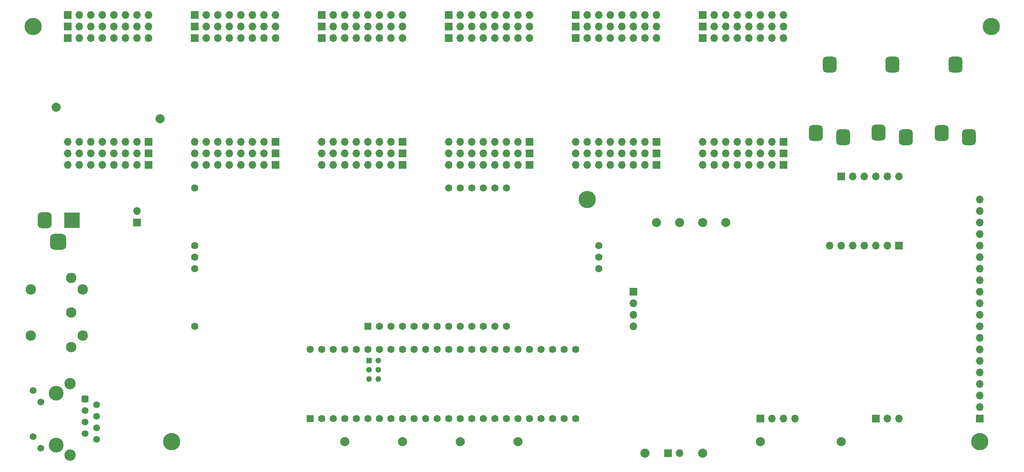
<source format=gbr>
%TF.SameCoordinates,Original*%
%TF.FileFunction,Soldermask,Bot*%
%TF.FilePolarity,Negative*%
%FSLAX46Y46*%
G04 Gerber Fmt 4.6, Leading zero omitted, Abs format (unit mm)*
G04 Created by KiCad (PCBNEW (7.0.0)) date 2023-11-17 04:08:32*
%MOMM*%
%LPD*%
G01*
G04 APERTURE LIST*
G04 Aperture macros list*
%AMRoundRect*
0 Rectangle with rounded corners*
0 $1 Rounding radius*
0 $2 $3 $4 $5 $6 $7 $8 $9 X,Y pos of 4 corners*
0 Add a 4 corners polygon primitive as box body*
4,1,4,$2,$3,$4,$5,$6,$7,$8,$9,$2,$3,0*
0 Add four circle primitives for the rounded corners*
1,1,$1+$1,$2,$3*
1,1,$1+$1,$4,$5*
1,1,$1+$1,$6,$7*
1,1,$1+$1,$8,$9*
0 Add four rect primitives between the rounded corners*
20,1,$1+$1,$2,$3,$4,$5,0*
20,1,$1+$1,$4,$5,$6,$7,0*
20,1,$1+$1,$6,$7,$8,$9,0*
20,1,$1+$1,$8,$9,$2,$3,0*%
G04 Aperture macros list end*
%ADD10R,3.500000X3.500000*%
%ADD11RoundRect,0.750000X-0.750000X-1.000000X0.750000X-1.000000X0.750000X1.000000X-0.750000X1.000000X0*%
%ADD12RoundRect,0.875000X-0.875000X-0.875000X0.875000X-0.875000X0.875000X0.875000X-0.875000X0.875000X0*%
%ADD13R,1.700000X1.700000*%
%ADD14O,1.700000X1.700000*%
%ADD15C,2.000000*%
%ADD16R,1.600000X1.600000*%
%ADD17C,1.600000*%
%ADD18C,1.300000*%
%ADD19R,1.300000X1.300000*%
%ADD20C,2.600000*%
%ADD21C,3.800000*%
%ADD22C,2.300000*%
%ADD23C,3.250000*%
%ADD24RoundRect,0.250500X-0.499500X0.499500X-0.499500X-0.499500X0.499500X-0.499500X0.499500X0.499500X0*%
%ADD25C,1.500000*%
%ADD26C,2.500000*%
G04 APERTURE END LIST*
D10*
%TO.C,J1*%
X54257499Y-88391999D03*
D11*
X48257500Y-88392000D03*
D12*
X51257500Y-93092000D03*
%TD*%
D13*
%TO.C,J17*%
X81279999Y-45719999D03*
D14*
X83819999Y-45719999D03*
X86359999Y-45719999D03*
X88899999Y-45719999D03*
X91439999Y-45719999D03*
X93979999Y-45719999D03*
X96519999Y-45719999D03*
X99059999Y-45719999D03*
%TD*%
D13*
%TO.C,J38*%
X182879999Y-71119999D03*
D14*
X180339999Y-71119999D03*
X177799999Y-71119999D03*
X175259999Y-71119999D03*
X172719999Y-71119999D03*
X170179999Y-71119999D03*
X167639999Y-71119999D03*
X165099999Y-71119999D03*
%TD*%
D13*
%TO.C,J18*%
X99059999Y-76199999D03*
D14*
X96519999Y-76199999D03*
X93979999Y-76199999D03*
X91439999Y-76199999D03*
X88899999Y-76199999D03*
X86359999Y-76199999D03*
X83819999Y-76199999D03*
X81279999Y-76199999D03*
%TD*%
D13*
%TO.C,J29*%
X137159999Y-45719999D03*
D14*
X139699999Y-45719999D03*
X142239999Y-45719999D03*
X144779999Y-45719999D03*
X147319999Y-45719999D03*
X149859999Y-45719999D03*
X152399999Y-45719999D03*
X154939999Y-45719999D03*
%TD*%
D15*
%TO.C,TP14*%
X193040000Y-88900000D03*
%TD*%
D16*
%TO.C,U7*%
X106679999Y-132079999D03*
D17*
X109220000Y-132080000D03*
X111760000Y-132080000D03*
X114300000Y-132080000D03*
X116840000Y-132080000D03*
X119380000Y-132080000D03*
X121920000Y-132080000D03*
X124460000Y-132080000D03*
X127000000Y-132080000D03*
X129540000Y-132080000D03*
X132080000Y-132080000D03*
X134620000Y-132080000D03*
X137160000Y-132080000D03*
X139700000Y-132080000D03*
X142240000Y-132080000D03*
X144780000Y-132080000D03*
X147320000Y-132080000D03*
X149860000Y-132080000D03*
X152400000Y-132080000D03*
X154940000Y-132080000D03*
X157480000Y-132080000D03*
X160020000Y-132080000D03*
X162560000Y-132080000D03*
X165100000Y-132080000D03*
D18*
X121650000Y-119278400D03*
D19*
X119649999Y-119278399D03*
D18*
X119650000Y-121278400D03*
X121650000Y-121278400D03*
X119650000Y-123278400D03*
X121650000Y-123278400D03*
D17*
X165100000Y-116840000D03*
X162560000Y-116840000D03*
X160020000Y-116840000D03*
X157480000Y-116840000D03*
X154940000Y-116840000D03*
X152400000Y-116840000D03*
X149860000Y-116840000D03*
X147320000Y-116840000D03*
X144780000Y-116840000D03*
X142240000Y-116840000D03*
X139700000Y-116840000D03*
X137160000Y-116840000D03*
X134620000Y-116840000D03*
X132080000Y-116840000D03*
X129540000Y-116840000D03*
X127000000Y-116840000D03*
X124460000Y-116840000D03*
X121920000Y-116840000D03*
X119380000Y-116840000D03*
X116840000Y-116840000D03*
X114300000Y-116840000D03*
X111760000Y-116840000D03*
X109220000Y-116840000D03*
X106680000Y-116840000D03*
%TD*%
D15*
%TO.C,TP22*%
X223520000Y-137160000D03*
%TD*%
D20*
%TO.C,H1*%
X45720000Y-45720000D03*
D21*
X45720000Y-45720000D03*
%TD*%
D13*
%TO.C,J19*%
X81279999Y-43179999D03*
D14*
X83819999Y-43179999D03*
X86359999Y-43179999D03*
X88899999Y-43179999D03*
X91439999Y-43179999D03*
X93979999Y-43179999D03*
X96519999Y-43179999D03*
X99059999Y-43179999D03*
%TD*%
D13*
%TO.C,U12*%
X253999999Y-132079999D03*
D14*
X253999999Y-129539999D03*
X253999999Y-126999999D03*
X253999999Y-124459999D03*
X253999999Y-121919999D03*
X253999999Y-119379999D03*
X253999999Y-116839999D03*
X253999999Y-114299999D03*
X253999999Y-111759999D03*
X253999999Y-109219999D03*
X253999999Y-106679999D03*
X253999999Y-104139999D03*
X253999999Y-101599999D03*
X253999999Y-99059999D03*
X253999999Y-96519999D03*
X253999999Y-93979999D03*
X253999999Y-91439999D03*
X253999999Y-88899999D03*
X253999999Y-86359999D03*
X253999999Y-83819999D03*
%TD*%
D13*
%TO.C,J4*%
X71119999Y-76199999D03*
D14*
X68579999Y-76199999D03*
X66039999Y-76199999D03*
X63499999Y-76199999D03*
X60959999Y-76199999D03*
X58419999Y-76199999D03*
X55879999Y-76199999D03*
X53339999Y-76199999D03*
%TD*%
D15*
%TO.C,TP19*%
X73660000Y-66040000D03*
%TD*%
D13*
%TO.C,J32*%
X154939999Y-71119999D03*
D14*
X152399999Y-71119999D03*
X149859999Y-71119999D03*
X147319999Y-71119999D03*
X144779999Y-71119999D03*
X142239999Y-71119999D03*
X139699999Y-71119999D03*
X137159999Y-71119999D03*
%TD*%
D20*
%TO.C,H2*%
X76200000Y-137160000D03*
D21*
X76200000Y-137160000D03*
%TD*%
D15*
%TO.C,TP12*%
X182880000Y-88900000D03*
%TD*%
D13*
%TO.C,J31*%
X137159999Y-43179999D03*
D14*
X139699999Y-43179999D03*
X142239999Y-43179999D03*
X144779999Y-43179999D03*
X147319999Y-43179999D03*
X149859999Y-43179999D03*
X152399999Y-43179999D03*
X154939999Y-43179999D03*
%TD*%
D13*
%TO.C,J35*%
X165099999Y-45719999D03*
D14*
X167639999Y-45719999D03*
X170179999Y-45719999D03*
X172719999Y-45719999D03*
X175259999Y-45719999D03*
X177799999Y-45719999D03*
X180339999Y-45719999D03*
X182879999Y-45719999D03*
%TD*%
D13*
%TO.C,J41*%
X193039999Y-45719999D03*
D14*
X195579999Y-45719999D03*
X198119999Y-45719999D03*
X200659999Y-45719999D03*
X203199999Y-45719999D03*
X205739999Y-45719999D03*
X208279999Y-45719999D03*
X210819999Y-45719999D03*
%TD*%
D13*
%TO.C,J25*%
X109219999Y-43179999D03*
D14*
X111759999Y-43179999D03*
X114299999Y-43179999D03*
X116839999Y-43179999D03*
X119379999Y-43179999D03*
X121919999Y-43179999D03*
X124459999Y-43179999D03*
X126999999Y-43179999D03*
%TD*%
D20*
%TO.C,H3*%
X254000000Y-137160000D03*
D21*
X254000000Y-137160000D03*
%TD*%
D13*
%TO.C,J21*%
X81309999Y-48259999D03*
D14*
X83849999Y-48259999D03*
X86389999Y-48259999D03*
X88929999Y-48259999D03*
X91469999Y-48259999D03*
X94009999Y-48259999D03*
X96549999Y-48259999D03*
X99089999Y-48259999D03*
%TD*%
D13*
%TO.C,J42*%
X210819999Y-76199999D03*
D14*
X208279999Y-76199999D03*
X205739999Y-76199999D03*
X203199999Y-76199999D03*
X200659999Y-76199999D03*
X198119999Y-76199999D03*
X195579999Y-76199999D03*
X193039999Y-76199999D03*
%TD*%
D16*
%TO.C,U9*%
X119379999Y-111759999D03*
D17*
X121920000Y-111760000D03*
X124460000Y-111760000D03*
X127000000Y-111760000D03*
X129540000Y-111760000D03*
X132080000Y-111760000D03*
X134620000Y-111760000D03*
X137160000Y-111760000D03*
X139700000Y-111760000D03*
X142240000Y-111760000D03*
X144780000Y-111760000D03*
X147320000Y-111760000D03*
X149860000Y-111760000D03*
X170180000Y-99060000D03*
X170180000Y-96520000D03*
X170180000Y-93980000D03*
X149860000Y-81280000D03*
X147320000Y-81280000D03*
X144780000Y-81280000D03*
X142240000Y-81280000D03*
X139700000Y-81280000D03*
X137160000Y-81280000D03*
X81280000Y-81280000D03*
X81280000Y-93980000D03*
X81280000Y-96520000D03*
X81280000Y-99060000D03*
X81280000Y-111760000D03*
%TD*%
D13*
%TO.C,J30*%
X154939999Y-76199999D03*
D14*
X152399999Y-76199999D03*
X149859999Y-76199999D03*
X147319999Y-76199999D03*
X144779999Y-76199999D03*
X142239999Y-76199999D03*
X139699999Y-76199999D03*
X137159999Y-76199999D03*
%TD*%
D13*
%TO.C,J40*%
X210819999Y-73659999D03*
D14*
X208279999Y-73659999D03*
X205739999Y-73659999D03*
X203199999Y-73659999D03*
X200659999Y-73659999D03*
X198119999Y-73659999D03*
X195579999Y-73659999D03*
X193039999Y-73659999D03*
%TD*%
D20*
%TO.C,H5*%
X167640000Y-83820000D03*
D21*
X167640000Y-83820000D03*
%TD*%
D13*
%TO.C,J43*%
X193039999Y-43179999D03*
D14*
X195579999Y-43179999D03*
X198119999Y-43179999D03*
X200659999Y-43179999D03*
X203199999Y-43179999D03*
X205739999Y-43179999D03*
X208279999Y-43179999D03*
X210819999Y-43179999D03*
%TD*%
D13*
%TO.C,J46*%
X223519999Y-78739999D03*
D14*
X226059999Y-78739999D03*
X228599999Y-78739999D03*
X231139999Y-78739999D03*
X233679999Y-78739999D03*
X236219999Y-78739999D03*
%TD*%
D13*
%TO.C,J16*%
X99059999Y-73659999D03*
D14*
X96519999Y-73659999D03*
X93979999Y-73659999D03*
X91439999Y-73659999D03*
X88899999Y-73659999D03*
X86359999Y-73659999D03*
X83819999Y-73659999D03*
X81279999Y-73659999D03*
%TD*%
D13*
%TO.C,J26*%
X126999999Y-71119999D03*
D14*
X124459999Y-71119999D03*
X121919999Y-71119999D03*
X119379999Y-71119999D03*
X116839999Y-71119999D03*
X114299999Y-71119999D03*
X111759999Y-71119999D03*
X109219999Y-71119999D03*
%TD*%
D15*
%TO.C,TP5*%
X50800000Y-63500000D03*
%TD*%
D13*
%TO.C,J28*%
X154939999Y-73659999D03*
D14*
X152399999Y-73659999D03*
X149859999Y-73659999D03*
X147319999Y-73659999D03*
X144779999Y-73659999D03*
X142239999Y-73659999D03*
X139699999Y-73659999D03*
X137159999Y-73659999D03*
%TD*%
D15*
%TO.C,TP11*%
X152400000Y-137160000D03*
%TD*%
%TO.C,TP13*%
X187960000Y-88900000D03*
%TD*%
%TO.C,TP15*%
X198120000Y-88900000D03*
%TD*%
%TO.C,TP6*%
X193040000Y-139700000D03*
%TD*%
D11*
%TO.C,J14*%
X234775000Y-54088000D03*
X231775000Y-69088000D03*
X237775000Y-70088000D03*
%TD*%
D13*
%TO.C,J10*%
X185419999Y-139699999D03*
D14*
X187959999Y-139699999D03*
%TD*%
D13*
%TO.C,J34*%
X182879999Y-73659999D03*
D14*
X180339999Y-73659999D03*
X177799999Y-73659999D03*
X175259999Y-73659999D03*
X172719999Y-73659999D03*
X170179999Y-73659999D03*
X167639999Y-73659999D03*
X165099999Y-73659999D03*
%TD*%
D13*
%TO.C,J47*%
X236219999Y-93979999D03*
D14*
X233679999Y-93979999D03*
X231139999Y-93979999D03*
X228599999Y-93979999D03*
X226059999Y-93979999D03*
X223519999Y-93979999D03*
X220979999Y-93979999D03*
%TD*%
D15*
%TO.C,TP8*%
X114300000Y-137160000D03*
%TD*%
%TO.C,TP10*%
X139700000Y-137160000D03*
%TD*%
D13*
%TO.C,J27*%
X109219999Y-48259999D03*
D14*
X111759999Y-48259999D03*
X114299999Y-48259999D03*
X116839999Y-48259999D03*
X119379999Y-48259999D03*
X121919999Y-48259999D03*
X124459999Y-48259999D03*
X126999999Y-48259999D03*
%TD*%
D13*
%TO.C,J44*%
X210819999Y-71119999D03*
D14*
X208279999Y-71119999D03*
X205739999Y-71119999D03*
X203199999Y-71119999D03*
X200659999Y-71119999D03*
X198119999Y-71119999D03*
X195579999Y-71119999D03*
X193039999Y-71119999D03*
%TD*%
D13*
%TO.C,J37*%
X165099999Y-43179999D03*
D14*
X167639999Y-43179999D03*
X170179999Y-43179999D03*
X172719999Y-43179999D03*
X175259999Y-43179999D03*
X177799999Y-43179999D03*
X180339999Y-43179999D03*
X182879999Y-43179999D03*
%TD*%
D15*
%TO.C,TP7*%
X180340000Y-139700000D03*
%TD*%
D20*
%TO.C,H4*%
X256540000Y-45720000D03*
D21*
X256540000Y-45720000D03*
%TD*%
D13*
%TO.C,J3*%
X205739999Y-132079999D03*
D14*
X208279999Y-132079999D03*
X210819999Y-132079999D03*
X213359999Y-132079999D03*
%TD*%
D13*
%TO.C,J11*%
X177799999Y-104139999D03*
D14*
X177799999Y-106679999D03*
X177799999Y-109219999D03*
X177799999Y-111759999D03*
%TD*%
D13*
%TO.C,J33*%
X137159999Y-48259999D03*
D14*
X139699999Y-48259999D03*
X142239999Y-48259999D03*
X144779999Y-48259999D03*
X147319999Y-48259999D03*
X149859999Y-48259999D03*
X152399999Y-48259999D03*
X154939999Y-48259999D03*
%TD*%
D13*
%TO.C,J9*%
X53339999Y-48259999D03*
D14*
X55879999Y-48259999D03*
X58419999Y-48259999D03*
X60959999Y-48259999D03*
X63499999Y-48259999D03*
X66039999Y-48259999D03*
X68579999Y-48259999D03*
X71119999Y-48259999D03*
%TD*%
D13*
%TO.C,J23*%
X109219999Y-45719999D03*
D14*
X111759999Y-45719999D03*
X114299999Y-45719999D03*
X116839999Y-45719999D03*
X119379999Y-45719999D03*
X121919999Y-45719999D03*
X124459999Y-45719999D03*
X126999999Y-45719999D03*
%TD*%
D15*
%TO.C,TP9*%
X127000000Y-137160000D03*
%TD*%
D11*
%TO.C,J13*%
X220980000Y-54100000D03*
X217980000Y-69100000D03*
X223980000Y-70100000D03*
%TD*%
D13*
%TO.C,J22*%
X126999999Y-73659999D03*
D14*
X124459999Y-73659999D03*
X121919999Y-73659999D03*
X119379999Y-73659999D03*
X116839999Y-73659999D03*
X114299999Y-73659999D03*
X111759999Y-73659999D03*
X109219999Y-73659999D03*
%TD*%
D13*
%TO.C,J12*%
X68579999Y-88899999D03*
D14*
X68579999Y-86359999D03*
%TD*%
D22*
%TO.C,U13*%
X45232000Y-113792000D03*
X45232000Y-103632000D03*
X54102000Y-116332000D03*
X54102000Y-108712000D03*
X54102000Y-101092000D03*
X56642000Y-113792000D03*
X56642000Y-103632000D03*
%TD*%
D13*
%TO.C,J20*%
X99059999Y-71119999D03*
D14*
X96519999Y-71119999D03*
X93979999Y-71119999D03*
X91439999Y-71119999D03*
X88899999Y-71119999D03*
X86359999Y-71119999D03*
X83819999Y-71119999D03*
X81279999Y-71119999D03*
%TD*%
D13*
%TO.C,J24*%
X126999999Y-76199999D03*
D14*
X124459999Y-76199999D03*
X121919999Y-76199999D03*
X119379999Y-76199999D03*
X116839999Y-76199999D03*
X114299999Y-76199999D03*
X111759999Y-76199999D03*
X109219999Y-76199999D03*
%TD*%
D13*
%TO.C,J48*%
X231139999Y-132079999D03*
D14*
X233679999Y-132079999D03*
X236219999Y-132079999D03*
%TD*%
D15*
%TO.C,TP21*%
X205740000Y-137160000D03*
%TD*%
D13*
%TO.C,J8*%
X71119999Y-71119999D03*
D14*
X68579999Y-71119999D03*
X66039999Y-71119999D03*
X63499999Y-71119999D03*
X60959999Y-71119999D03*
X58419999Y-71119999D03*
X55879999Y-71119999D03*
X53339999Y-71119999D03*
%TD*%
D13*
%TO.C,J36*%
X182879999Y-76199999D03*
D14*
X180339999Y-76199999D03*
X177799999Y-76199999D03*
X175259999Y-76199999D03*
X172719999Y-76199999D03*
X170179999Y-76199999D03*
X167639999Y-76199999D03*
X165099999Y-76199999D03*
%TD*%
D23*
%TO.C,J2*%
X50850000Y-126492000D03*
X50850000Y-137922000D03*
D24*
X57200000Y-127762000D03*
D25*
X59740000Y-129032000D03*
X57200000Y-130302000D03*
X59740000Y-131572000D03*
X57200000Y-132842000D03*
X59740000Y-134112000D03*
X57200000Y-135382000D03*
X59740000Y-136652000D03*
X45770000Y-125882000D03*
X47470000Y-128422000D03*
X45770000Y-135992000D03*
X47470000Y-138532000D03*
D26*
X53900000Y-124332000D03*
X53900000Y-140082000D03*
%TD*%
D13*
%TO.C,J7*%
X53339999Y-45719999D03*
D14*
X55879999Y-45719999D03*
X58419999Y-45719999D03*
X60959999Y-45719999D03*
X63499999Y-45719999D03*
X66039999Y-45719999D03*
X68579999Y-45719999D03*
X71119999Y-45719999D03*
%TD*%
D13*
%TO.C,J39*%
X165099999Y-48259999D03*
D14*
X167639999Y-48259999D03*
X170179999Y-48259999D03*
X172719999Y-48259999D03*
X175259999Y-48259999D03*
X177799999Y-48259999D03*
X180339999Y-48259999D03*
X182879999Y-48259999D03*
%TD*%
D13*
%TO.C,J45*%
X193039999Y-48259999D03*
D14*
X195579999Y-48259999D03*
X198119999Y-48259999D03*
X200659999Y-48259999D03*
X203199999Y-48259999D03*
X205739999Y-48259999D03*
X208279999Y-48259999D03*
X210819999Y-48259999D03*
%TD*%
D13*
%TO.C,J6*%
X53339999Y-43179999D03*
D14*
X55879999Y-43179999D03*
X58419999Y-43179999D03*
X60959999Y-43179999D03*
X63499999Y-43179999D03*
X66039999Y-43179999D03*
X68579999Y-43179999D03*
X71119999Y-43179999D03*
%TD*%
D13*
%TO.C,J5*%
X71119999Y-73659999D03*
D14*
X68579999Y-73659999D03*
X66039999Y-73659999D03*
X63499999Y-73659999D03*
X60959999Y-73659999D03*
X58419999Y-73659999D03*
X55879999Y-73659999D03*
X53339999Y-73659999D03*
%TD*%
D11*
%TO.C,J15*%
X248666000Y-54100000D03*
X245666000Y-69100000D03*
X251666000Y-70100000D03*
%TD*%
M02*

</source>
